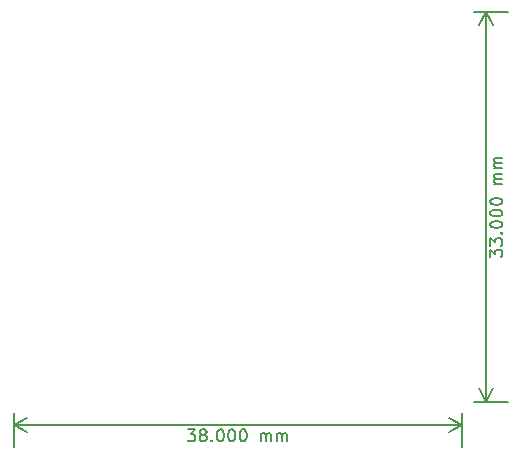
<source format=gbr>
G04 #@! TF.FileFunction,Drawing*
%FSLAX46Y46*%
G04 Gerber Fmt 4.6, Leading zero omitted, Abs format (unit mm)*
G04 Created by KiCad (PCBNEW 4.0.6) date 03/18/17 14:34:34*
%MOMM*%
%LPD*%
G01*
G04 APERTURE LIST*
%ADD10C,0.254000*%
%ADD11C,0.203200*%
G04 APERTURE END LIST*
D10*
D11*
X40358019Y12242476D02*
X40358019Y12871428D01*
X40745067Y12532762D01*
X40745067Y12677904D01*
X40793448Y12774666D01*
X40841829Y12823047D01*
X40938590Y12871428D01*
X41180495Y12871428D01*
X41277257Y12823047D01*
X41325638Y12774666D01*
X41374019Y12677904D01*
X41374019Y12387619D01*
X41325638Y12290857D01*
X41277257Y12242476D01*
X40358019Y13210095D02*
X40358019Y13839047D01*
X40745067Y13500381D01*
X40745067Y13645523D01*
X40793448Y13742285D01*
X40841829Y13790666D01*
X40938590Y13839047D01*
X41180495Y13839047D01*
X41277257Y13790666D01*
X41325638Y13742285D01*
X41374019Y13645523D01*
X41374019Y13355238D01*
X41325638Y13258476D01*
X41277257Y13210095D01*
X41277257Y14274476D02*
X41325638Y14322857D01*
X41374019Y14274476D01*
X41325638Y14226095D01*
X41277257Y14274476D01*
X41374019Y14274476D01*
X40358019Y14951810D02*
X40358019Y15048571D01*
X40406400Y15145333D01*
X40454781Y15193714D01*
X40551543Y15242095D01*
X40745067Y15290476D01*
X40986971Y15290476D01*
X41180495Y15242095D01*
X41277257Y15193714D01*
X41325638Y15145333D01*
X41374019Y15048571D01*
X41374019Y14951810D01*
X41325638Y14855048D01*
X41277257Y14806667D01*
X41180495Y14758286D01*
X40986971Y14709905D01*
X40745067Y14709905D01*
X40551543Y14758286D01*
X40454781Y14806667D01*
X40406400Y14855048D01*
X40358019Y14951810D01*
X40358019Y15919429D02*
X40358019Y16016190D01*
X40406400Y16112952D01*
X40454781Y16161333D01*
X40551543Y16209714D01*
X40745067Y16258095D01*
X40986971Y16258095D01*
X41180495Y16209714D01*
X41277257Y16161333D01*
X41325638Y16112952D01*
X41374019Y16016190D01*
X41374019Y15919429D01*
X41325638Y15822667D01*
X41277257Y15774286D01*
X41180495Y15725905D01*
X40986971Y15677524D01*
X40745067Y15677524D01*
X40551543Y15725905D01*
X40454781Y15774286D01*
X40406400Y15822667D01*
X40358019Y15919429D01*
X40358019Y16887048D02*
X40358019Y16983809D01*
X40406400Y17080571D01*
X40454781Y17128952D01*
X40551543Y17177333D01*
X40745067Y17225714D01*
X40986971Y17225714D01*
X41180495Y17177333D01*
X41277257Y17128952D01*
X41325638Y17080571D01*
X41374019Y16983809D01*
X41374019Y16887048D01*
X41325638Y16790286D01*
X41277257Y16741905D01*
X41180495Y16693524D01*
X40986971Y16645143D01*
X40745067Y16645143D01*
X40551543Y16693524D01*
X40454781Y16741905D01*
X40406400Y16790286D01*
X40358019Y16887048D01*
X41374019Y18435238D02*
X40696686Y18435238D01*
X40793448Y18435238D02*
X40745067Y18483619D01*
X40696686Y18580381D01*
X40696686Y18725523D01*
X40745067Y18822285D01*
X40841829Y18870666D01*
X41374019Y18870666D01*
X40841829Y18870666D02*
X40745067Y18919047D01*
X40696686Y19015809D01*
X40696686Y19160952D01*
X40745067Y19257714D01*
X40841829Y19306095D01*
X41374019Y19306095D01*
X41374019Y19789905D02*
X40696686Y19789905D01*
X40793448Y19789905D02*
X40745067Y19838286D01*
X40696686Y19935048D01*
X40696686Y20080190D01*
X40745067Y20176952D01*
X40841829Y20225333D01*
X41374019Y20225333D01*
X40841829Y20225333D02*
X40745067Y20273714D01*
X40696686Y20370476D01*
X40696686Y20515619D01*
X40745067Y20612381D01*
X40841829Y20660762D01*
X41374019Y20660762D01*
X40000000Y0D02*
X40000000Y33000000D01*
X39000000Y0D02*
X41828800Y0D01*
X39000000Y33000000D02*
X41828800Y33000000D01*
X40000000Y33000000D02*
X40586421Y31873496D01*
X40000000Y33000000D02*
X39413579Y31873496D01*
X40000000Y0D02*
X40586421Y1126504D01*
X40000000Y0D02*
X39413579Y1126504D01*
X14742476Y-2358018D02*
X15371428Y-2358018D01*
X15032762Y-2745066D01*
X15177904Y-2745066D01*
X15274666Y-2793447D01*
X15323047Y-2841828D01*
X15371428Y-2938589D01*
X15371428Y-3180494D01*
X15323047Y-3277256D01*
X15274666Y-3325637D01*
X15177904Y-3374018D01*
X14887619Y-3374018D01*
X14790857Y-3325637D01*
X14742476Y-3277256D01*
X15952000Y-2793447D02*
X15855238Y-2745066D01*
X15806857Y-2696685D01*
X15758476Y-2599923D01*
X15758476Y-2551542D01*
X15806857Y-2454780D01*
X15855238Y-2406399D01*
X15952000Y-2358018D01*
X16145523Y-2358018D01*
X16242285Y-2406399D01*
X16290666Y-2454780D01*
X16339047Y-2551542D01*
X16339047Y-2599923D01*
X16290666Y-2696685D01*
X16242285Y-2745066D01*
X16145523Y-2793447D01*
X15952000Y-2793447D01*
X15855238Y-2841828D01*
X15806857Y-2890209D01*
X15758476Y-2986970D01*
X15758476Y-3180494D01*
X15806857Y-3277256D01*
X15855238Y-3325637D01*
X15952000Y-3374018D01*
X16145523Y-3374018D01*
X16242285Y-3325637D01*
X16290666Y-3277256D01*
X16339047Y-3180494D01*
X16339047Y-2986970D01*
X16290666Y-2890209D01*
X16242285Y-2841828D01*
X16145523Y-2793447D01*
X16774476Y-3277256D02*
X16822857Y-3325637D01*
X16774476Y-3374018D01*
X16726095Y-3325637D01*
X16774476Y-3277256D01*
X16774476Y-3374018D01*
X17451810Y-2358018D02*
X17548571Y-2358018D01*
X17645333Y-2406399D01*
X17693714Y-2454780D01*
X17742095Y-2551542D01*
X17790476Y-2745066D01*
X17790476Y-2986970D01*
X17742095Y-3180494D01*
X17693714Y-3277256D01*
X17645333Y-3325637D01*
X17548571Y-3374018D01*
X17451810Y-3374018D01*
X17355048Y-3325637D01*
X17306667Y-3277256D01*
X17258286Y-3180494D01*
X17209905Y-2986970D01*
X17209905Y-2745066D01*
X17258286Y-2551542D01*
X17306667Y-2454780D01*
X17355048Y-2406399D01*
X17451810Y-2358018D01*
X18419429Y-2358018D02*
X18516190Y-2358018D01*
X18612952Y-2406399D01*
X18661333Y-2454780D01*
X18709714Y-2551542D01*
X18758095Y-2745066D01*
X18758095Y-2986970D01*
X18709714Y-3180494D01*
X18661333Y-3277256D01*
X18612952Y-3325637D01*
X18516190Y-3374018D01*
X18419429Y-3374018D01*
X18322667Y-3325637D01*
X18274286Y-3277256D01*
X18225905Y-3180494D01*
X18177524Y-2986970D01*
X18177524Y-2745066D01*
X18225905Y-2551542D01*
X18274286Y-2454780D01*
X18322667Y-2406399D01*
X18419429Y-2358018D01*
X19387048Y-2358018D02*
X19483809Y-2358018D01*
X19580571Y-2406399D01*
X19628952Y-2454780D01*
X19677333Y-2551542D01*
X19725714Y-2745066D01*
X19725714Y-2986970D01*
X19677333Y-3180494D01*
X19628952Y-3277256D01*
X19580571Y-3325637D01*
X19483809Y-3374018D01*
X19387048Y-3374018D01*
X19290286Y-3325637D01*
X19241905Y-3277256D01*
X19193524Y-3180494D01*
X19145143Y-2986970D01*
X19145143Y-2745066D01*
X19193524Y-2551542D01*
X19241905Y-2454780D01*
X19290286Y-2406399D01*
X19387048Y-2358018D01*
X20935238Y-3374018D02*
X20935238Y-2696685D01*
X20935238Y-2793447D02*
X20983619Y-2745066D01*
X21080381Y-2696685D01*
X21225523Y-2696685D01*
X21322285Y-2745066D01*
X21370666Y-2841828D01*
X21370666Y-3374018D01*
X21370666Y-2841828D02*
X21419047Y-2745066D01*
X21515809Y-2696685D01*
X21660952Y-2696685D01*
X21757714Y-2745066D01*
X21806095Y-2841828D01*
X21806095Y-3374018D01*
X22289905Y-3374018D02*
X22289905Y-2696685D01*
X22289905Y-2793447D02*
X22338286Y-2745066D01*
X22435048Y-2696685D01*
X22580190Y-2696685D01*
X22676952Y-2745066D01*
X22725333Y-2841828D01*
X22725333Y-3374018D01*
X22725333Y-2841828D02*
X22773714Y-2745066D01*
X22870476Y-2696685D01*
X23015619Y-2696685D01*
X23112381Y-2745066D01*
X23160762Y-2841828D01*
X23160762Y-3374018D01*
X0Y-1999999D02*
X38000000Y-1999999D01*
X0Y-1000000D02*
X0Y-3828799D01*
X38000000Y-1000000D02*
X38000000Y-3828799D01*
X38000000Y-1999999D02*
X36873496Y-2586420D01*
X38000000Y-1999999D02*
X36873496Y-1413578D01*
X0Y-1999999D02*
X1126504Y-2586420D01*
X0Y-1999999D02*
X1126504Y-1413578D01*
M02*

</source>
